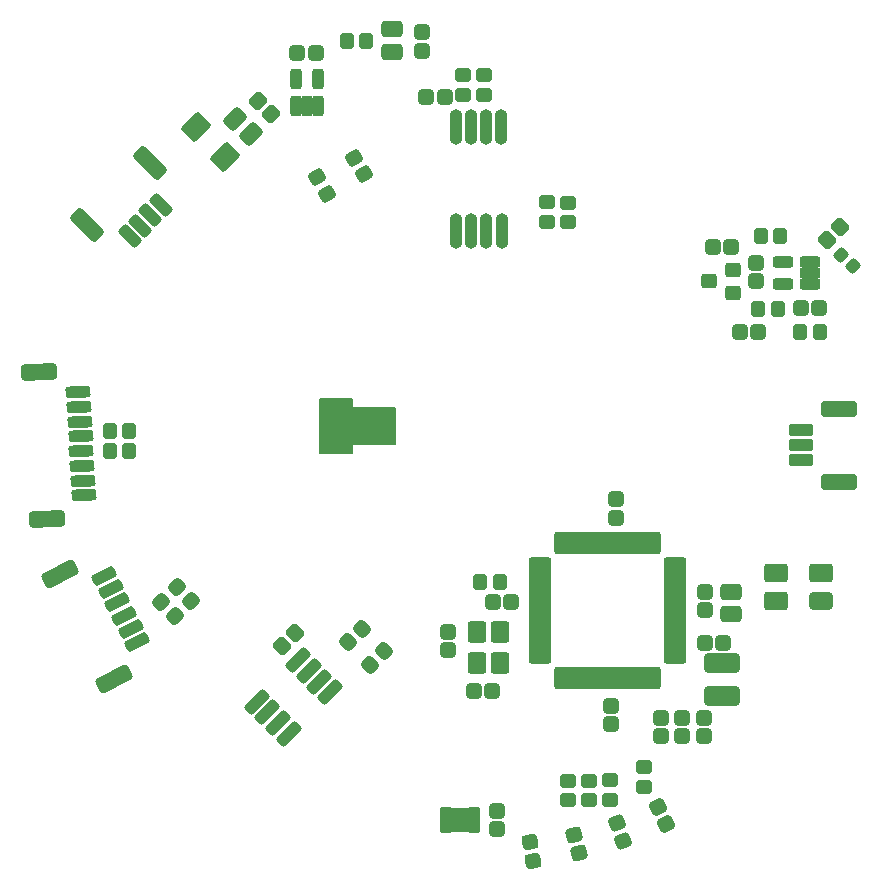
<source format=gbr>
%TF.GenerationSoftware,KiCad,Pcbnew,(5.99.0-10394-g2e15de97e0)*%
%TF.CreationDate,2021-08-24T18:50:14+02:00*%
%TF.ProjectId,USTTHUNDERMILLPCB01A,55535454-4855-44e4-9445-524d494c4c50,rev?*%
%TF.SameCoordinates,Original*%
%TF.FileFunction,Soldermask,Top*%
%TF.FilePolarity,Negative*%
%FSLAX46Y46*%
G04 Gerber Fmt 4.6, Leading zero omitted, Abs format (unit mm)*
G04 Created by KiCad (PCBNEW (5.99.0-10394-g2e15de97e0)) date 2021-08-24 18:50:14*
%MOMM*%
%LPD*%
G01*
G04 APERTURE LIST*
G04 Aperture macros list*
%AMRoundRect*
0 Rectangle with rounded corners*
0 $1 Rounding radius*
0 $2 $3 $4 $5 $6 $7 $8 $9 X,Y pos of 4 corners*
0 Add a 4 corners polygon primitive as box body*
4,1,4,$2,$3,$4,$5,$6,$7,$8,$9,$2,$3,0*
0 Add four circle primitives for the rounded corners*
1,1,$1+$1,$2,$3*
1,1,$1+$1,$4,$5*
1,1,$1+$1,$6,$7*
1,1,$1+$1,$8,$9*
0 Add four rect primitives between the rounded corners*
20,1,$1+$1,$2,$3,$4,$5,0*
20,1,$1+$1,$4,$5,$6,$7,0*
20,1,$1+$1,$6,$7,$8,$9,0*
20,1,$1+$1,$8,$9,$2,$3,0*%
G04 Aperture macros list end*
%ADD10C,0.150000*%
%ADD11O,1.100000X3.000000*%
%ADD12RoundRect,0.300000X0.375000X-0.300000X0.375000X0.300000X-0.375000X0.300000X-0.375000X-0.300000X0*%
%ADD13RoundRect,0.300000X0.477297X0.053033X0.053033X0.477297X-0.477297X-0.053033X-0.053033X-0.477297X0*%
%ADD14RoundRect,0.325000X-0.350000X0.325000X-0.350000X-0.325000X0.350000X-0.325000X0.350000X0.325000X0*%
%ADD15RoundRect,0.350000X0.654074X0.159099X0.159099X0.654074X-0.654074X-0.159099X-0.159099X-0.654074X0*%
%ADD16RoundRect,0.318750X0.426610X-0.215685X0.261613X0.400093X-0.426610X0.215685X-0.261613X-0.400093X0*%
%ADD17RoundRect,0.300000X-0.375000X0.300000X-0.375000X-0.300000X0.375000X-0.300000X0.375000X0.300000X0*%
%ADD18RoundRect,0.318750X0.457582X-0.138328X0.188163X0.439443X-0.457582X0.138328X-0.188163X-0.439443X0*%
%ADD19RoundRect,0.300000X-0.300000X-0.375000X0.300000X-0.375000X0.300000X0.375000X-0.300000X0.375000X0*%
%ADD20RoundRect,0.318750X0.406188X-0.252045X0.295487X0.375770X-0.406188X0.252045X-0.295487X-0.375770X0*%
%ADD21RoundRect,0.300000X-0.474760X0.072308X-0.174760X-0.447308X0.474760X-0.072308X0.174760X0.447308X0*%
%ADD22RoundRect,0.325000X0.350000X-0.325000X0.350000X0.325000X-0.350000X0.325000X-0.350000X-0.325000X0*%
%ADD23RoundRect,0.350000X0.575000X-0.350000X0.575000X0.350000X-0.575000X0.350000X-0.575000X-0.350000X0*%
%ADD24RoundRect,0.350000X-0.575000X0.350000X-0.575000X-0.350000X0.575000X-0.350000X0.575000X0.350000X0*%
%ADD25RoundRect,0.250000X-0.477297X-0.830850X0.830850X0.477297X0.477297X0.830850X-0.830850X-0.477297X0*%
%ADD26RoundRect,0.250000X-0.388909X0.742462X-0.742462X0.388909X0.388909X-0.742462X0.742462X-0.388909X0*%
%ADD27RoundRect,0.350000X-0.601041X1.096016X-1.096016X0.601041X0.601041X-1.096016X1.096016X-0.601041X0*%
%ADD28RoundRect,0.325000X0.325000X0.350000X-0.325000X0.350000X-0.325000X-0.350000X0.325000X-0.350000X0*%
%ADD29RoundRect,0.200000X1.060660X0.141421X0.141421X1.060660X-1.060660X-0.141421X-0.141421X-1.060660X0*%
%ADD30RoundRect,0.330000X1.195000X-0.495000X1.195000X0.495000X-1.195000X0.495000X-1.195000X-0.495000X0*%
%ADD31RoundRect,0.325000X-0.325000X-0.350000X0.325000X-0.350000X0.325000X0.350000X-0.325000X0.350000X0*%
%ADD32RoundRect,0.300000X0.300000X0.375000X-0.300000X0.375000X-0.300000X-0.375000X0.300000X-0.375000X0*%
%ADD33RoundRect,0.250000X0.250000X-0.612500X0.250000X0.612500X-0.250000X0.612500X-0.250000X-0.612500X0*%
%ADD34RoundRect,0.200000X0.450000X0.400000X-0.450000X0.400000X-0.450000X-0.400000X0.450000X-0.400000X0*%
%ADD35RoundRect,0.200000X-0.775000X-0.575000X0.775000X-0.575000X0.775000X0.575000X-0.775000X0.575000X0*%
%ADD36RoundRect,0.200000X-0.775000X-0.525000X0.775000X-0.525000X0.775000X0.525000X-0.775000X0.525000X0*%
%ADD37RoundRect,0.200000X-0.750000X-0.275000X0.750000X-0.275000X0.750000X0.275000X-0.750000X0.275000X0*%
%ADD38RoundRect,0.200000X0.275000X-0.750000X0.275000X0.750000X-0.275000X0.750000X-0.275000X-0.750000X0*%
%ADD39RoundRect,0.200000X0.459619X0.035355X0.035355X0.459619X-0.459619X-0.035355X-0.035355X-0.459619X0*%
%ADD40RoundRect,0.300000X-0.053033X0.477297X-0.477297X0.053033X0.053033X-0.477297X0.477297X-0.053033X0*%
%ADD41RoundRect,0.250000X-0.826303X-0.140441X-0.599308X-0.585944X0.826303X0.140441X0.599308X0.585944X0*%
%ADD42RoundRect,0.350000X-1.228105X-0.232936X-0.910311X-0.856641X1.228105X0.232936X0.910311X0.856641X0*%
%ADD43RoundRect,0.250000X0.612500X0.250000X-0.612500X0.250000X-0.612500X-0.250000X0.612500X-0.250000X0*%
%ADD44RoundRect,0.200000X-0.600000X0.700000X-0.600000X-0.700000X0.600000X-0.700000X0.600000X0.700000X0*%
%ADD45RoundRect,0.250000X0.800000X-0.250000X0.800000X0.250000X-0.800000X0.250000X-0.800000X-0.250000X0*%
%ADD46RoundRect,0.350000X1.200000X-0.350000X1.200000X0.350000X-1.200000X0.350000X-1.200000X-0.350000X0*%
%ADD47RoundRect,0.325000X-0.017678X0.477297X-0.477297X0.017678X0.017678X-0.477297X0.477297X-0.017678X0*%
%ADD48RoundRect,0.325000X0.017678X-0.477297X0.477297X-0.017678X-0.017678X0.477297X-0.477297X0.017678X0*%
%ADD49RoundRect,0.325000X0.477297X0.017678X0.017678X0.477297X-0.477297X-0.017678X-0.017678X-0.477297X0*%
%ADD50RoundRect,0.200000X-0.300000X-0.150000X0.300000X-0.150000X0.300000X0.150000X-0.300000X0.150000X0*%
%ADD51RoundRect,0.200000X-0.500000X-0.850000X0.500000X-0.850000X0.500000X0.850000X-0.500000X0.850000X0*%
%ADD52RoundRect,0.250000X-0.811988X0.207789X-0.785820X-0.291526X0.811988X-0.207789X0.785820X0.291526X0*%
%ADD53RoundRect,0.350000X-1.216673X0.286717X-1.180038X-0.412323X1.216673X-0.286717X1.180038X0.412323X0*%
%ADD54RoundRect,0.318750X0.443784X-0.177682X0.225747X0.421372X-0.443784X0.177682X-0.225747X-0.421372X0*%
G04 APERTURE END LIST*
D10*
X135006800Y-90956000D02*
X129906800Y-90956000D01*
X129906800Y-90956000D02*
X129906800Y-94056000D01*
X129906800Y-94056000D02*
X135006800Y-94056000D01*
X135006800Y-94056000D02*
X135006800Y-90956000D01*
G36*
X135006800Y-90956000D02*
G01*
X129906800Y-90956000D01*
X129906800Y-94056000D01*
X135006800Y-94056000D01*
X135006800Y-90956000D01*
G37*
X128606800Y-90206000D02*
X131306800Y-90206000D01*
X131306800Y-90206000D02*
X131306800Y-94756000D01*
X131306800Y-94756000D02*
X128606800Y-94756000D01*
X128606800Y-94756000D02*
X128606800Y-90206000D01*
G36*
X128606800Y-90206000D02*
G01*
X131306800Y-90206000D01*
X131306800Y-94756000D01*
X128606800Y-94756000D01*
X128606800Y-90206000D01*
G37*
X135006800Y-90956000D02*
X129906800Y-90956000D01*
X129906800Y-90956000D02*
X129906800Y-94056000D01*
X129906800Y-94056000D02*
X135006800Y-94056000D01*
X135006800Y-94056000D02*
X135006800Y-90956000D01*
G36*
X135006800Y-90956000D02*
G01*
X129906800Y-90956000D01*
X129906800Y-94056000D01*
X135006800Y-94056000D01*
X135006800Y-90956000D01*
G37*
X128606800Y-90206000D02*
X131306800Y-90206000D01*
X131306800Y-90206000D02*
X131306800Y-94756000D01*
X131306800Y-94756000D02*
X128606800Y-94756000D01*
X128606800Y-94756000D02*
X128606800Y-90206000D01*
G36*
X128606800Y-90206000D02*
G01*
X131306800Y-90206000D01*
X131306800Y-94756000D01*
X128606800Y-94756000D01*
X128606800Y-90206000D01*
G37*
D11*
%TO.C,U4*%
X140185000Y-75960000D03*
X141455000Y-75960000D03*
X142725000Y-75960000D03*
X144000000Y-75960000D03*
X143995000Y-67160000D03*
X142725000Y-67160000D03*
X141390000Y-67160000D03*
X140185000Y-67160000D03*
%TD*%
D12*
%TO.C,R5*%
X151384000Y-124195400D03*
X151384000Y-122545400D03*
%TD*%
D13*
%TO.C,R16*%
X117729000Y-107315000D03*
X116562274Y-106148274D03*
%TD*%
D14*
%TO.C,C14*%
X161140800Y-117195000D03*
X161140800Y-118745000D03*
%TD*%
D15*
%TO.C,C6*%
X122809000Y-67818000D03*
X121465498Y-66474498D03*
%TD*%
D16*
%TO.C,D3*%
X150571820Y-128649667D03*
X150164180Y-127128333D03*
%TD*%
D12*
%TO.C,R21*%
X156083000Y-123062000D03*
X156083000Y-121412000D03*
%TD*%
D17*
%TO.C,R9*%
X147856797Y-73556001D03*
X147856797Y-75206001D03*
%TD*%
D18*
%TO.C,D6*%
X157939812Y-126189717D03*
X157274188Y-124762283D03*
%TD*%
D19*
%TO.C,R3*%
X169310200Y-84520400D03*
X170960200Y-84520400D03*
%TD*%
%TO.C,R1*%
X165945200Y-76392400D03*
X167595200Y-76392400D03*
%TD*%
D20*
%TO.C,D4*%
X146694748Y-129299536D03*
X146421252Y-127748464D03*
%TD*%
D21*
%TO.C,R8*%
X128365500Y-71421529D03*
X129190500Y-72850471D03*
%TD*%
D22*
%TO.C,C10*%
X137287000Y-60732000D03*
X137287000Y-59182000D03*
%TD*%
D23*
%TO.C,C9*%
X134747000Y-60828000D03*
X134747000Y-58928000D03*
%TD*%
D24*
%TO.C,C21*%
X163400800Y-106540000D03*
X163400800Y-108440000D03*
%TD*%
D25*
%TO.C,U9*%
X123267872Y-115846051D03*
X124165898Y-116744076D03*
X125063924Y-117642102D03*
X125961949Y-118540128D03*
X129462128Y-115039949D03*
X128564102Y-114141924D03*
X127666076Y-113243898D03*
X126768051Y-112345872D03*
%TD*%
D17*
%TO.C,R7*%
X142494000Y-62802000D03*
X142494000Y-64452000D03*
%TD*%
D26*
%TO.C,J1*%
X115155973Y-73769322D03*
X114272089Y-74653206D03*
X113388206Y-75537089D03*
X112504322Y-76420973D03*
D27*
X108933433Y-75466379D03*
X114201379Y-70198433D03*
%TD*%
D22*
%TO.C,C19*%
X153720000Y-100275000D03*
X153720000Y-98725000D03*
%TD*%
D28*
%TO.C,C17*%
X143225000Y-114920000D03*
X141675000Y-114920000D03*
%TD*%
D29*
%TO.C,D2*%
X120617437Y-69690437D03*
X118142563Y-67215563D03*
%TD*%
D14*
%TO.C,C15*%
X139490000Y-109935000D03*
X139490000Y-111485000D03*
%TD*%
D30*
%TO.C,L1*%
X162630800Y-115380000D03*
X162630800Y-112580000D03*
%TD*%
D31*
%TO.C,C8*%
X126720000Y-60960000D03*
X128270000Y-60960000D03*
%TD*%
D32*
%TO.C,R19*%
X112458000Y-92964000D03*
X110808000Y-92964000D03*
%TD*%
D33*
%TO.C,U3*%
X126558000Y-65399500D03*
X127508000Y-65399500D03*
X128458000Y-65399500D03*
X128458000Y-63124500D03*
X126558000Y-63124500D03*
%TD*%
D34*
%TO.C,U1*%
X163560000Y-81214000D03*
X163560000Y-79314000D03*
X161560000Y-80264000D03*
%TD*%
D21*
%TO.C,R10*%
X131540500Y-69770529D03*
X132365500Y-71199471D03*
%TD*%
D14*
%TO.C,C18*%
X153289000Y-116192000D03*
X153289000Y-117742000D03*
%TD*%
D35*
%TO.C,SW1*%
X171070000Y-104920000D03*
X167270000Y-104920000D03*
X167270000Y-107320000D03*
D36*
X171070000Y-107320000D03*
%TD*%
D37*
%TO.C,U8*%
X147250800Y-104130000D03*
X147250800Y-104930000D03*
X147250800Y-105730000D03*
X147250800Y-106530000D03*
X147250800Y-107330000D03*
X147250800Y-108130000D03*
X147250800Y-108930000D03*
X147250800Y-109730000D03*
X147250800Y-110530000D03*
X147250800Y-111330000D03*
X147250800Y-112130000D03*
D38*
X148950800Y-113830000D03*
X149750800Y-113830000D03*
X150550800Y-113830000D03*
X151350800Y-113830000D03*
X152150800Y-113830000D03*
X152950800Y-113830000D03*
X153750800Y-113830000D03*
X154550800Y-113830000D03*
X155350800Y-113830000D03*
X156150800Y-113830000D03*
X156950800Y-113830000D03*
D37*
X158650800Y-112130000D03*
X158650800Y-111330000D03*
X158650800Y-110530000D03*
X158650800Y-109730000D03*
X158650800Y-108930000D03*
X158650800Y-108130000D03*
X158650800Y-107330000D03*
X158650800Y-106530000D03*
X158650800Y-105730000D03*
X158650800Y-104930000D03*
X158650800Y-104130000D03*
D38*
X156950800Y-102430000D03*
X156150800Y-102430000D03*
X155350800Y-102430000D03*
X154550800Y-102430000D03*
X153750800Y-102430000D03*
X152950800Y-102430000D03*
X152150800Y-102430000D03*
X151350800Y-102430000D03*
X150550800Y-102430000D03*
X149750800Y-102430000D03*
X148950800Y-102430000D03*
%TD*%
D39*
%TO.C,D1*%
X172733025Y-77991025D03*
X173722975Y-78980975D03*
%TD*%
D31*
%TO.C,C4*%
X169360200Y-82488400D03*
X170910200Y-82488400D03*
%TD*%
D40*
%TO.C,R13*%
X132155363Y-109652637D03*
X130988637Y-110819363D03*
%TD*%
D17*
%TO.C,R6*%
X140716000Y-62802000D03*
X140716000Y-64452000D03*
%TD*%
D28*
%TO.C,C16*%
X162770800Y-110880000D03*
X161220800Y-110880000D03*
%TD*%
D31*
%TO.C,C3*%
X164198000Y-84582000D03*
X165748000Y-84582000D03*
%TD*%
D41*
%TO.C,J6*%
X110338642Y-105214722D03*
X110906130Y-106328480D03*
X111473618Y-107442238D03*
X112041106Y-108555997D03*
X112608594Y-109669755D03*
X113176082Y-110783513D03*
D42*
X111164744Y-113884645D03*
X106647538Y-105019130D03*
%TD*%
D40*
%TO.C,R12*%
X134060363Y-111557637D03*
X132893637Y-112724363D03*
%TD*%
D14*
%TO.C,C23*%
X161250800Y-106540000D03*
X161250800Y-108090000D03*
%TD*%
D43*
%TO.C,U2*%
X170129700Y-80517400D03*
X170129700Y-79567400D03*
X170129700Y-78617400D03*
X167854700Y-78617400D03*
X167854700Y-80517400D03*
%TD*%
D44*
%TO.C,Y1*%
X141941600Y-109941400D03*
X141941600Y-112541400D03*
X143841600Y-112541400D03*
X143841600Y-109941400D03*
%TD*%
D28*
%TO.C,C22*%
X139192000Y-64643000D03*
X137642000Y-64643000D03*
%TD*%
D45*
%TO.C,J2*%
X169346000Y-95382400D03*
X169346000Y-94132400D03*
X169346000Y-92882400D03*
D46*
X172546000Y-91032400D03*
X172546000Y-97232400D03*
%TD*%
D19*
%TO.C,R2*%
X165754200Y-82615400D03*
X167404200Y-82615400D03*
%TD*%
D28*
%TO.C,C1*%
X163462000Y-77343000D03*
X161912000Y-77343000D03*
%TD*%
D17*
%TO.C,R11*%
X149656800Y-73581000D03*
X149656800Y-75231000D03*
%TD*%
D12*
%TO.C,R18*%
X153162000Y-124142000D03*
X153162000Y-122492000D03*
%TD*%
D14*
%TO.C,C5*%
X165563200Y-78678400D03*
X165563200Y-80228400D03*
%TD*%
D28*
%TO.C,C20*%
X144785000Y-107370000D03*
X143235000Y-107370000D03*
%TD*%
D22*
%TO.C,C11*%
X143637000Y-126632000D03*
X143637000Y-125082000D03*
%TD*%
D47*
%TO.C,C2*%
X172633008Y-75651992D03*
X171536992Y-76748008D03*
%TD*%
D14*
%TO.C,C13*%
X159260800Y-117225000D03*
X159260800Y-118775000D03*
%TD*%
D13*
%TO.C,R17*%
X116355726Y-108608726D03*
X115189000Y-107442000D03*
%TD*%
D32*
%TO.C,R20*%
X110808000Y-94615000D03*
X112458000Y-94615000D03*
%TD*%
%TO.C,R14*%
X143865000Y-105670000D03*
X142215000Y-105670000D03*
%TD*%
D48*
%TO.C,C24*%
X125435992Y-111165008D03*
X126532008Y-110068992D03*
%TD*%
D12*
%TO.C,R15*%
X149606000Y-124205000D03*
X149606000Y-122555000D03*
%TD*%
D49*
%TO.C,C7*%
X124500008Y-66080008D03*
X123403992Y-64983992D03*
%TD*%
D32*
%TO.C,R4*%
X132524000Y-59944000D03*
X130874000Y-59944000D03*
%TD*%
D50*
%TO.C,U7*%
X139262000Y-125107000D03*
X139262000Y-125607000D03*
X139262000Y-126107000D03*
X139262000Y-126607000D03*
X141662000Y-126607000D03*
X141662000Y-126107000D03*
X141662000Y-125607000D03*
X141662000Y-125107000D03*
D51*
X140462000Y-125857000D03*
%TD*%
D14*
%TO.C,C12*%
X157460000Y-117185000D03*
X157460000Y-118735000D03*
%TD*%
D52*
%TO.C,J5*%
X108171495Y-89641174D03*
X108236915Y-90889461D03*
X108302335Y-92137748D03*
X108367755Y-93386035D03*
X108433175Y-94634322D03*
X108498595Y-95882609D03*
X108564015Y-97130896D03*
X108629434Y-98379183D03*
D53*
X105530641Y-100394122D03*
X104879059Y-87961185D03*
%TD*%
D54*
%TO.C,D5*%
X154320341Y-127613008D03*
X153781659Y-126132992D03*
%TD*%
M02*

</source>
